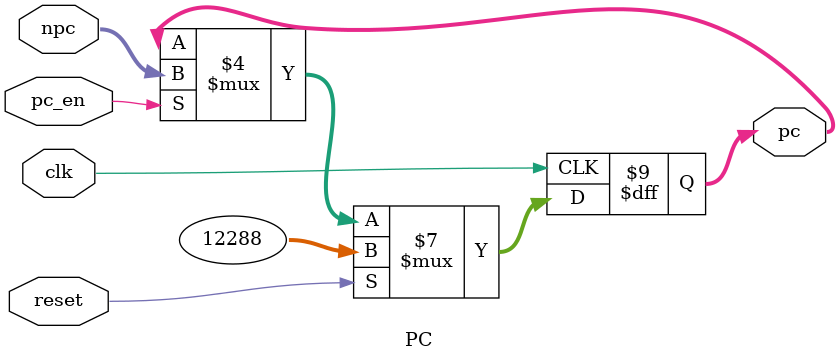
<source format=v>
`timescale 1ns / 1ps
module PC(
    input clk,
    input reset,
	 input pc_en,
	 input [31:0] npc,
	 output reg[31:0] pc
    );
	 
	 parameter mips_pc = 32'h00003000;
	 initial pc = mips_pc;
	 
	 always @(posedge clk)begin
		if(reset)
			pc <= mips_pc;
		else begin
			if(pc_en!=0)
				pc <= npc;
		end
	 end

endmodule

</source>
